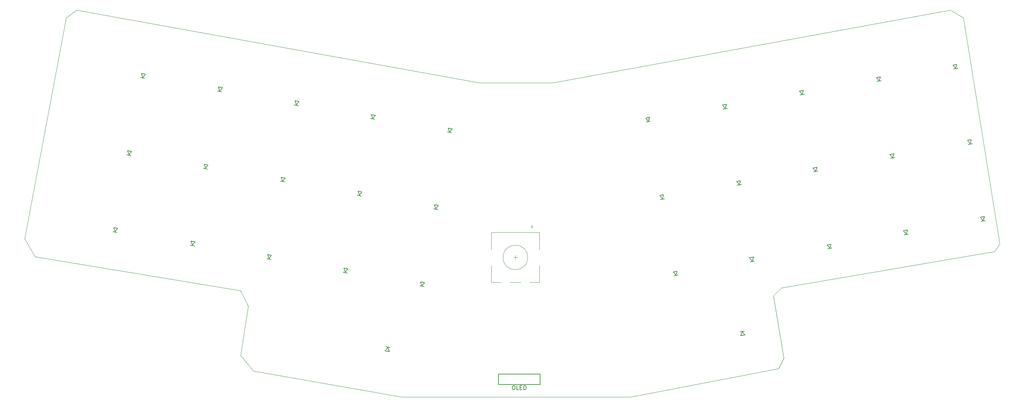
<source format=gto>
G04 #@! TF.GenerationSoftware,KiCad,Pcbnew,5.1.4*
G04 #@! TF.CreationDate,2020-08-17T23:01:33-04:00*
G04 #@! TF.ProjectId,pcb,7063622e-6b69-4636-9164-5f7063625858,rev?*
G04 #@! TF.SameCoordinates,Original*
G04 #@! TF.FileFunction,Legend,Top*
G04 #@! TF.FilePolarity,Positive*
%FSLAX46Y46*%
G04 Gerber Fmt 4.6, Leading zero omitted, Abs format (unit mm)*
G04 Created by KiCad (PCBNEW 5.1.4) date 2020-08-17 23:01:33*
%MOMM*%
%LPD*%
G04 APERTURE LIST*
%ADD10C,0.120000*%
%ADD11C,0.150000*%
%ADD12C,1.499000*%
%ADD13C,0.100000*%
%ADD14C,1.626000*%
%ADD15C,2.102000*%
%ADD16C,4.089800*%
%ADD17C,3.150000*%
%ADD18C,1.852000*%
%ADD19R,2.102000X2.102000*%
%ADD20R,2.102000X3.302000*%
G04 APERTURE END LIST*
D10*
X153670000Y-52705000D02*
X135890000Y-52705000D01*
X250825000Y-34925000D02*
X153670000Y-52705000D01*
X254000000Y-36830000D02*
X250825000Y-34925000D01*
X262890000Y-92075000D02*
X254000000Y-36830000D01*
X261620000Y-93980000D02*
X262890000Y-92075000D01*
X209550000Y-102870000D02*
X261620000Y-93980000D01*
X207645000Y-104775000D02*
X209550000Y-102870000D01*
X210185000Y-120015000D02*
X207645000Y-104775000D01*
X208915000Y-122555000D02*
X210185000Y-120015000D01*
X172720000Y-129540000D02*
X208915000Y-122555000D01*
X116840000Y-129540000D02*
X172720000Y-129540000D01*
X80645000Y-123190000D02*
X116840000Y-129540000D01*
X77470000Y-119380000D02*
X80645000Y-123190000D01*
X79375000Y-107315000D02*
X77470000Y-119380000D01*
X77470000Y-103505000D02*
X79375000Y-107315000D01*
X27305000Y-95250000D02*
X77470000Y-103505000D01*
X24765000Y-90805000D02*
X27305000Y-95250000D01*
X34925000Y-36830000D02*
X24765000Y-90805000D01*
X37465000Y-34925000D02*
X34925000Y-36830000D01*
X132080000Y-52070000D02*
X37465000Y-34925000D01*
X135890000Y-52705000D02*
X132080000Y-52070000D01*
D11*
X199500772Y-113577420D02*
X200485580Y-113403772D01*
X200659228Y-114388580D02*
X200010541Y-113589077D01*
X199674420Y-114562228D02*
X200659228Y-114388580D01*
X200010541Y-113589077D02*
X199674420Y-114562228D01*
X113006920Y-117263272D02*
X113991728Y-117436920D01*
X113818080Y-118421728D02*
X113481959Y-117448577D01*
X112833272Y-118248080D02*
X113818080Y-118421728D01*
X113481959Y-117448577D02*
X112833272Y-118248080D01*
X259372709Y-86410647D02*
X258387901Y-86584295D01*
X258214253Y-85599487D02*
X258862940Y-86398990D01*
X259199061Y-85425839D02*
X258214253Y-85599487D01*
X258862940Y-86398990D02*
X259199061Y-85425839D01*
X240576709Y-89712647D02*
X239591901Y-89886295D01*
X239418253Y-88901487D02*
X240066940Y-89700990D01*
X240403061Y-88727839D02*
X239418253Y-88901487D01*
X240066940Y-89700990D02*
X240403061Y-88727839D01*
X221907709Y-93141647D02*
X220922901Y-93315295D01*
X220749253Y-92330487D02*
X221397940Y-93129990D01*
X221734061Y-92156839D02*
X220749253Y-92330487D01*
X221397940Y-93129990D02*
X221734061Y-92156839D01*
X202984709Y-96316647D02*
X201999901Y-96490295D01*
X201826253Y-95505487D02*
X202474940Y-96304990D01*
X202811061Y-95331839D02*
X201826253Y-95505487D01*
X202474940Y-96304990D02*
X202811061Y-95331839D01*
X184315709Y-99745647D02*
X183330901Y-99919295D01*
X183157253Y-98934487D02*
X183805940Y-99733990D01*
X184142061Y-98760839D02*
X183157253Y-98934487D01*
X183805940Y-99733990D02*
X184142061Y-98760839D01*
X122294599Y-102522795D02*
X121309791Y-102349147D01*
X121483439Y-101364339D02*
X121819560Y-102337490D01*
X122468247Y-101537987D02*
X121483439Y-101364339D01*
X121819560Y-102337490D02*
X122468247Y-101537987D01*
X103560561Y-99168661D02*
X102575753Y-98995013D01*
X102749401Y-98010205D02*
X103085522Y-98983356D01*
X103734209Y-98183853D02*
X102749401Y-98010205D01*
X103085522Y-98983356D02*
X103734209Y-98183853D01*
X84891561Y-95866661D02*
X83906753Y-95693013D01*
X84080401Y-94708205D02*
X84416522Y-95681356D01*
X85065209Y-94881853D02*
X84080401Y-94708205D01*
X84416522Y-95681356D02*
X85065209Y-94881853D01*
X66222561Y-92564661D02*
X65237753Y-92391013D01*
X65411401Y-91406205D02*
X65747522Y-92379356D01*
X66396209Y-91579853D02*
X65411401Y-91406205D01*
X65747522Y-92379356D02*
X66396209Y-91579853D01*
X47299561Y-89262661D02*
X46314753Y-89089013D01*
X46488401Y-88104205D02*
X46824522Y-89077356D01*
X47473209Y-88277853D02*
X46488401Y-88104205D01*
X46824522Y-89077356D02*
X47473209Y-88277853D01*
X256197709Y-67614647D02*
X255212901Y-67788295D01*
X255039253Y-66803487D02*
X255687940Y-67602990D01*
X256024061Y-66629839D02*
X255039253Y-66803487D01*
X255687940Y-67602990D02*
X256024061Y-66629839D01*
X237274709Y-71043647D02*
X236289901Y-71217295D01*
X236116253Y-70232487D02*
X236764940Y-71031990D01*
X237101061Y-70058839D02*
X236116253Y-70232487D01*
X236764940Y-71031990D02*
X237101061Y-70058839D01*
X218478709Y-74345647D02*
X217493901Y-74519295D01*
X217320253Y-73534487D02*
X217968940Y-74333990D01*
X218305061Y-73360839D02*
X217320253Y-73534487D01*
X217968940Y-74333990D02*
X218305061Y-73360839D01*
X199809709Y-77647647D02*
X198824901Y-77821295D01*
X198651253Y-76836487D02*
X199299940Y-77635990D01*
X199636061Y-76662839D02*
X198651253Y-76836487D01*
X199299940Y-77635990D02*
X199636061Y-76662839D01*
X181013709Y-81076647D02*
X180028901Y-81250295D01*
X179855253Y-80265487D02*
X180503940Y-81064990D01*
X180840061Y-80091839D02*
X179855253Y-80265487D01*
X180503940Y-81064990D02*
X180840061Y-80091839D01*
X125658561Y-83674661D02*
X124673753Y-83501013D01*
X124847401Y-82516205D02*
X125183522Y-83489356D01*
X125832209Y-82689853D02*
X124847401Y-82516205D01*
X125183522Y-83489356D02*
X125832209Y-82689853D01*
X106989561Y-80372661D02*
X106004753Y-80199013D01*
X106178401Y-79214205D02*
X106514522Y-80187356D01*
X107163209Y-79387853D02*
X106178401Y-79214205D01*
X106514522Y-80187356D02*
X107163209Y-79387853D01*
X88226080Y-76969728D02*
X87241272Y-76796080D01*
X87414920Y-75811272D02*
X87751041Y-76784423D01*
X88399728Y-75984920D02*
X87414920Y-75811272D01*
X87751041Y-76784423D02*
X88399728Y-75984920D01*
X69397561Y-73768661D02*
X68412753Y-73595013D01*
X68586401Y-72610205D02*
X68922522Y-73583356D01*
X69571209Y-72783853D02*
X68586401Y-72610205D01*
X68922522Y-73583356D02*
X69571209Y-72783853D01*
X50728561Y-70466661D02*
X49743753Y-70293013D01*
X49917401Y-69308205D02*
X50253522Y-70281356D01*
X50902209Y-69481853D02*
X49917401Y-69308205D01*
X50253522Y-70281356D02*
X50902209Y-69481853D01*
X252641709Y-49199647D02*
X251656901Y-49373295D01*
X251483253Y-48388487D02*
X252131940Y-49187990D01*
X252468061Y-48214839D02*
X251483253Y-48388487D01*
X252131940Y-49187990D02*
X252468061Y-48214839D01*
X233972709Y-52247647D02*
X232987901Y-52421295D01*
X232814253Y-51436487D02*
X233462940Y-52235990D01*
X233799061Y-51262839D02*
X232814253Y-51436487D01*
X233462940Y-52235990D02*
X233799061Y-51262839D01*
X215176709Y-55549647D02*
X214191901Y-55723295D01*
X214018253Y-54738487D02*
X214666940Y-55537990D01*
X215003061Y-54564839D02*
X214018253Y-54738487D01*
X214666940Y-55537990D02*
X215003061Y-54564839D01*
X196380709Y-58978647D02*
X195395901Y-59152295D01*
X195222253Y-58167487D02*
X195870940Y-58966990D01*
X196207061Y-57993839D02*
X195222253Y-58167487D01*
X195870940Y-58966990D02*
X196207061Y-57993839D01*
X177617228Y-62127580D02*
X176632420Y-62301228D01*
X176458772Y-61316420D02*
X177107459Y-62115923D01*
X177443580Y-61142772D02*
X176458772Y-61316420D01*
X177107459Y-62115923D02*
X177443580Y-61142772D01*
X129025599Y-64930795D02*
X128040791Y-64757147D01*
X128214439Y-63772339D02*
X128550560Y-64745490D01*
X129199247Y-63945987D02*
X128214439Y-63772339D01*
X128550560Y-64745490D02*
X129199247Y-63945987D01*
X110229599Y-61628795D02*
X109244791Y-61455147D01*
X109418439Y-60470339D02*
X109754560Y-61443490D01*
X110403247Y-60643987D02*
X109418439Y-60470339D01*
X109754560Y-61443490D02*
X110403247Y-60643987D01*
X91622561Y-58274661D02*
X90637753Y-58101013D01*
X90811401Y-57116205D02*
X91147522Y-58089356D01*
X91796209Y-57289853D02*
X90811401Y-57116205D01*
X91147522Y-58089356D02*
X91796209Y-57289853D01*
X72891599Y-54897795D02*
X71906791Y-54724147D01*
X72080439Y-53739339D02*
X72416560Y-54712490D01*
X73065247Y-53912987D02*
X72080439Y-53739339D01*
X72416560Y-54712490D02*
X73065247Y-53912987D01*
X54095599Y-51595795D02*
X53110791Y-51422147D01*
X53284439Y-50437339D02*
X53620560Y-51410490D01*
X54269247Y-50610987D02*
X53284439Y-50437339D01*
X53620560Y-51410490D02*
X54269247Y-50610987D01*
D10*
X144627600Y-94915100D02*
X144627600Y-95915100D01*
X145127600Y-95415100D02*
X144127600Y-95415100D01*
X141127600Y-101515100D02*
X138727600Y-101515100D01*
X145927600Y-101515100D02*
X143327600Y-101515100D01*
X150527600Y-101515100D02*
X148127600Y-101515100D01*
X148727600Y-88215100D02*
X148427600Y-87915100D01*
X148727600Y-87615100D02*
X148727600Y-88215100D01*
X148427600Y-87915100D02*
X148727600Y-87615100D01*
X150527600Y-89315100D02*
X138727600Y-89315100D01*
X150527600Y-93415100D02*
X150527600Y-89315100D01*
X138727600Y-93415100D02*
X138727600Y-89315100D01*
X138727600Y-101515100D02*
X138727600Y-97415100D01*
X150527600Y-97415100D02*
X150527600Y-101515100D01*
X147627600Y-95415100D02*
G75*
G03X147627600Y-95415100I-3000000J0D01*
G01*
D11*
X150634700Y-123901200D02*
X150634700Y-126441200D01*
X140474700Y-126441200D02*
X140474700Y-123901200D01*
X150634700Y-126441200D02*
X140474700Y-126441200D01*
X150634700Y-123901200D02*
X140474700Y-123901200D01*
X144112319Y-126723580D02*
X144302795Y-126723580D01*
X144398033Y-126771200D01*
X144493271Y-126866438D01*
X144540890Y-127056914D01*
X144540890Y-127390247D01*
X144493271Y-127580723D01*
X144398033Y-127675961D01*
X144302795Y-127723580D01*
X144112319Y-127723580D01*
X144017080Y-127675961D01*
X143921842Y-127580723D01*
X143874223Y-127390247D01*
X143874223Y-127056914D01*
X143921842Y-126866438D01*
X144017080Y-126771200D01*
X144112319Y-126723580D01*
X145445652Y-127723580D02*
X144969461Y-127723580D01*
X144969461Y-126723580D01*
X145778985Y-127199771D02*
X146112319Y-127199771D01*
X146255176Y-127723580D02*
X145778985Y-127723580D01*
X145778985Y-126723580D01*
X146255176Y-126723580D01*
X146683747Y-127723580D02*
X146683747Y-126723580D01*
X146921842Y-126723580D01*
X147064700Y-126771200D01*
X147159938Y-126866438D01*
X147207557Y-126961676D01*
X147255176Y-127152152D01*
X147255176Y-127295009D01*
X147207557Y-127485485D01*
X147159938Y-127580723D01*
X147064700Y-127675961D01*
X146921842Y-127723580D01*
X146683747Y-127723580D01*
%LPC*%
D12*
X200600945Y-116937423D03*
X199559055Y-111028577D03*
D13*
G36*
X198690792Y-110420613D02*
G01*
X200167019Y-110160314D01*
X200427318Y-111636541D01*
X198951091Y-111896840D01*
X198690792Y-110420613D01*
X198690792Y-110420613D01*
G37*
D12*
X112891555Y-120796923D03*
X113933445Y-114888077D03*
D13*
G36*
X113325481Y-114019814D02*
G01*
X114801708Y-114280113D01*
X114541409Y-115756340D01*
X113065182Y-115496041D01*
X113325481Y-114019814D01*
X113325481Y-114019814D01*
G37*
D12*
X258272536Y-83050644D03*
X259314426Y-88959490D03*
D13*
G36*
X260182689Y-89567454D02*
G01*
X258706462Y-89827753D01*
X258446163Y-88351526D01*
X259922390Y-88091227D01*
X260182689Y-89567454D01*
X260182689Y-89567454D01*
G37*
D12*
X239476536Y-86352644D03*
X240518426Y-92261490D03*
D13*
G36*
X241386689Y-92869454D02*
G01*
X239910462Y-93129753D01*
X239650163Y-91653526D01*
X241126390Y-91393227D01*
X241386689Y-92869454D01*
X241386689Y-92869454D01*
G37*
D12*
X220807536Y-89781644D03*
X221849426Y-95690490D03*
D13*
G36*
X222717689Y-96298454D02*
G01*
X221241462Y-96558753D01*
X220981163Y-95082526D01*
X222457390Y-94822227D01*
X222717689Y-96298454D01*
X222717689Y-96298454D01*
G37*
D12*
X201884536Y-92956644D03*
X202926426Y-98865490D03*
D13*
G36*
X203794689Y-99473454D02*
G01*
X202318462Y-99733753D01*
X202058163Y-98257526D01*
X203534390Y-97997227D01*
X203794689Y-99473454D01*
X203794689Y-99473454D01*
G37*
D12*
X183215536Y-96385644D03*
X184257426Y-102294490D03*
D13*
G36*
X185125689Y-102902454D02*
G01*
X183649462Y-103162753D01*
X183389163Y-101686526D01*
X184865390Y-101426227D01*
X185125689Y-102902454D01*
X185125689Y-102902454D01*
G37*
D12*
X122409964Y-98989144D03*
X121368074Y-104897990D03*
D13*
G36*
X121976038Y-105766253D02*
G01*
X120499811Y-105505954D01*
X120760110Y-104029727D01*
X122236337Y-104290026D01*
X121976038Y-105766253D01*
X121976038Y-105766253D01*
G37*
D12*
X103675926Y-95635010D03*
X102634036Y-101543856D03*
D13*
G36*
X103242000Y-102412119D02*
G01*
X101765773Y-102151820D01*
X102026072Y-100675593D01*
X103502299Y-100935892D01*
X103242000Y-102412119D01*
X103242000Y-102412119D01*
G37*
D12*
X85006926Y-92333010D03*
X83965036Y-98241856D03*
D13*
G36*
X84573000Y-99110119D02*
G01*
X83096773Y-98849820D01*
X83357072Y-97373593D01*
X84833299Y-97633892D01*
X84573000Y-99110119D01*
X84573000Y-99110119D01*
G37*
D12*
X66337926Y-89031010D03*
X65296036Y-94939856D03*
D13*
G36*
X65904000Y-95808119D02*
G01*
X64427773Y-95547820D01*
X64688072Y-94071593D01*
X66164299Y-94331892D01*
X65904000Y-95808119D01*
X65904000Y-95808119D01*
G37*
D12*
X47414926Y-85729010D03*
X46373036Y-91637856D03*
D13*
G36*
X46981000Y-92506119D02*
G01*
X45504773Y-92245820D01*
X45765072Y-90769593D01*
X47241299Y-91029892D01*
X46981000Y-92506119D01*
X46981000Y-92506119D01*
G37*
D12*
X255097536Y-64254644D03*
X256139426Y-70163490D03*
D13*
G36*
X257007689Y-70771454D02*
G01*
X255531462Y-71031753D01*
X255271163Y-69555526D01*
X256747390Y-69295227D01*
X257007689Y-70771454D01*
X257007689Y-70771454D01*
G37*
D12*
X236174536Y-67683644D03*
X237216426Y-73592490D03*
D13*
G36*
X238084689Y-74200454D02*
G01*
X236608462Y-74460753D01*
X236348163Y-72984526D01*
X237824390Y-72724227D01*
X238084689Y-74200454D01*
X238084689Y-74200454D01*
G37*
D12*
X217378536Y-70985644D03*
X218420426Y-76894490D03*
D13*
G36*
X219288689Y-77502454D02*
G01*
X217812462Y-77762753D01*
X217552163Y-76286526D01*
X219028390Y-76026227D01*
X219288689Y-77502454D01*
X219288689Y-77502454D01*
G37*
D12*
X198709536Y-74287644D03*
X199751426Y-80196490D03*
D13*
G36*
X200619689Y-80804454D02*
G01*
X199143462Y-81064753D01*
X198883163Y-79588526D01*
X200359390Y-79328227D01*
X200619689Y-80804454D01*
X200619689Y-80804454D01*
G37*
D12*
X179913536Y-77716644D03*
X180955426Y-83625490D03*
D13*
G36*
X181823689Y-84233454D02*
G01*
X180347462Y-84493753D01*
X180087163Y-83017526D01*
X181563390Y-82757227D01*
X181823689Y-84233454D01*
X181823689Y-84233454D01*
G37*
D12*
X125773926Y-80141010D03*
X124732036Y-86049856D03*
D13*
G36*
X125340000Y-86918119D02*
G01*
X123863773Y-86657820D01*
X124124072Y-85181593D01*
X125600299Y-85441892D01*
X125340000Y-86918119D01*
X125340000Y-86918119D01*
G37*
D12*
X107104926Y-76839010D03*
X106063036Y-82747856D03*
D13*
G36*
X106671000Y-83616119D02*
G01*
X105194773Y-83355820D01*
X105455072Y-81879593D01*
X106931299Y-82139892D01*
X106671000Y-83616119D01*
X106671000Y-83616119D01*
G37*
D12*
X88341445Y-73436077D03*
X87299555Y-79344923D03*
D13*
G36*
X87907519Y-80213186D02*
G01*
X86431292Y-79952887D01*
X86691591Y-78476660D01*
X88167818Y-78736959D01*
X87907519Y-80213186D01*
X87907519Y-80213186D01*
G37*
D12*
X69512926Y-70235010D03*
X68471036Y-76143856D03*
D13*
G36*
X69079000Y-77012119D02*
G01*
X67602773Y-76751820D01*
X67863072Y-75275593D01*
X69339299Y-75535892D01*
X69079000Y-77012119D01*
X69079000Y-77012119D01*
G37*
D12*
X50843926Y-66933010D03*
X49802036Y-72841856D03*
D13*
G36*
X50410000Y-73710119D02*
G01*
X48933773Y-73449820D01*
X49194072Y-71973593D01*
X50670299Y-72233892D01*
X50410000Y-73710119D01*
X50410000Y-73710119D01*
G37*
D12*
X251541536Y-45839644D03*
X252583426Y-51748490D03*
D13*
G36*
X253451689Y-52356454D02*
G01*
X251975462Y-52616753D01*
X251715163Y-51140526D01*
X253191390Y-50880227D01*
X253451689Y-52356454D01*
X253451689Y-52356454D01*
G37*
D12*
X232872536Y-48887644D03*
X233914426Y-54796490D03*
D13*
G36*
X234782689Y-55404454D02*
G01*
X233306462Y-55664753D01*
X233046163Y-54188526D01*
X234522390Y-53928227D01*
X234782689Y-55404454D01*
X234782689Y-55404454D01*
G37*
D12*
X214076536Y-52189644D03*
X215118426Y-58098490D03*
D13*
G36*
X215986689Y-58706454D02*
G01*
X214510462Y-58966753D01*
X214250163Y-57490526D01*
X215726390Y-57230227D01*
X215986689Y-58706454D01*
X215986689Y-58706454D01*
G37*
D12*
X195280536Y-55618644D03*
X196322426Y-61527490D03*
D13*
G36*
X197190689Y-62135454D02*
G01*
X195714462Y-62395753D01*
X195454163Y-60919526D01*
X196930390Y-60659227D01*
X197190689Y-62135454D01*
X197190689Y-62135454D01*
G37*
D12*
X176517055Y-58767577D03*
X177558945Y-64676423D03*
D13*
G36*
X178427208Y-65284387D02*
G01*
X176950981Y-65544686D01*
X176690682Y-64068459D01*
X178166909Y-63808160D01*
X178427208Y-65284387D01*
X178427208Y-65284387D01*
G37*
D12*
X129140964Y-61397144D03*
X128099074Y-67305990D03*
D13*
G36*
X128707038Y-68174253D02*
G01*
X127230811Y-67913954D01*
X127491110Y-66437727D01*
X128967337Y-66698026D01*
X128707038Y-68174253D01*
X128707038Y-68174253D01*
G37*
D12*
X110344964Y-58095144D03*
X109303074Y-64003990D03*
D13*
G36*
X109911038Y-64872253D02*
G01*
X108434811Y-64611954D01*
X108695110Y-63135727D01*
X110171337Y-63396026D01*
X109911038Y-64872253D01*
X109911038Y-64872253D01*
G37*
D12*
X91737926Y-54741010D03*
X90696036Y-60649856D03*
D13*
G36*
X91304000Y-61518119D02*
G01*
X89827773Y-61257820D01*
X90088072Y-59781593D01*
X91564299Y-60041892D01*
X91304000Y-61518119D01*
X91304000Y-61518119D01*
G37*
D12*
X73006964Y-51364144D03*
X71965074Y-57272990D03*
D13*
G36*
X72573038Y-58141253D02*
G01*
X71096811Y-57880954D01*
X71357110Y-56404727D01*
X72833337Y-56665026D01*
X72573038Y-58141253D01*
X72573038Y-58141253D01*
G37*
D12*
X54210964Y-48062144D03*
X53169074Y-53970990D03*
D13*
G36*
X53777038Y-54839253D02*
G01*
X52300811Y-54578954D01*
X52561110Y-53102727D01*
X54037337Y-53363026D01*
X53777038Y-54839253D01*
X53777038Y-54839253D01*
G37*
D14*
X137168600Y-56515000D03*
X137168600Y-59055000D03*
X137168600Y-61595000D03*
X137168600Y-64135000D03*
X137168600Y-66675000D03*
X137168600Y-69215000D03*
X137168600Y-71755000D03*
X137168600Y-74295000D03*
X137168600Y-76835000D03*
X137168600Y-79375000D03*
X137168600Y-81915000D03*
X137168600Y-84455000D03*
X152388600Y-84455000D03*
X152388600Y-81915000D03*
X152388600Y-79375000D03*
X152388600Y-76835000D03*
X152388600Y-74295000D03*
X152388600Y-71755000D03*
X152388600Y-69215000D03*
X152388600Y-66675000D03*
X152388600Y-64135000D03*
X152388600Y-61595000D03*
X152388600Y-59055000D03*
X152388600Y-56515000D03*
D15*
X158978600Y-125285500D03*
X165478600Y-125285500D03*
D16*
X201188833Y-121270089D03*
X177738098Y-125405087D03*
D17*
X198542435Y-106261619D03*
X175091700Y-110396616D03*
D18*
X193032823Y-114325867D03*
X183027177Y-116090133D03*
D16*
X188030000Y-115208000D03*
X112004402Y-125164587D03*
X88553667Y-121029589D03*
D17*
X114650800Y-110156116D03*
X91200065Y-106021119D03*
D18*
X106715323Y-115849633D03*
X96709677Y-114085367D03*
D16*
X101712500Y-114967500D03*
D18*
X173632823Y-59700867D03*
X163627177Y-61465133D03*
D16*
X168630000Y-60583000D03*
D18*
X255432823Y-83925867D03*
X245427177Y-85690133D03*
D16*
X250430000Y-84808000D03*
D18*
X236657823Y-87275867D03*
X226652177Y-89040133D03*
D16*
X231655000Y-88158000D03*
D18*
X217932823Y-90575867D03*
X207927177Y-92340133D03*
D16*
X212930000Y-91458000D03*
D18*
X199157823Y-93900867D03*
X189152177Y-95665133D03*
D16*
X194155000Y-94783000D03*
D18*
X180307823Y-97225867D03*
X170302177Y-98990133D03*
D16*
X175305000Y-98108000D03*
D18*
X119415323Y-98699633D03*
X109409677Y-96935367D03*
D16*
X114412500Y-97817500D03*
D18*
X100715323Y-95349633D03*
X90709677Y-93585367D03*
D16*
X95712500Y-94467500D03*
D18*
X82015323Y-92049633D03*
X72009677Y-90285367D03*
D16*
X77012500Y-91167500D03*
D18*
X63215323Y-88774633D03*
X53209677Y-87010367D03*
D16*
X58212500Y-87892500D03*
D18*
X44415323Y-85474633D03*
X34409677Y-83710367D03*
D16*
X39412500Y-84592500D03*
D18*
X252157823Y-65225867D03*
X242152177Y-66990133D03*
D16*
X247155000Y-66108000D03*
D18*
X233382823Y-68550867D03*
X223377177Y-70315133D03*
D16*
X228380000Y-69433000D03*
D18*
X214607823Y-71850867D03*
X204602177Y-73615133D03*
D16*
X209605000Y-72733000D03*
D18*
X195782823Y-75200867D03*
X185777177Y-76965133D03*
D16*
X190780000Y-76083000D03*
D18*
X176986709Y-78493143D03*
X166981063Y-80257409D03*
D16*
X171983886Y-79375276D03*
D18*
X122715323Y-79949633D03*
X112709677Y-78185367D03*
D16*
X117712500Y-79067500D03*
D18*
X103990323Y-76624633D03*
X93984677Y-74860367D03*
D16*
X98987500Y-75742500D03*
D18*
X85265323Y-73299633D03*
X75259677Y-71535367D03*
D16*
X80262500Y-72417500D03*
D18*
X66515323Y-69999633D03*
X56509677Y-68235367D03*
D16*
X61512500Y-69117500D03*
D18*
X47740323Y-66699633D03*
X37734677Y-64935367D03*
D16*
X42737500Y-65817500D03*
D18*
X248832823Y-46572867D03*
X238827177Y-48337133D03*
D16*
X243830000Y-47455000D03*
D18*
X230046823Y-49822867D03*
X220041177Y-51587133D03*
D16*
X225044000Y-50705000D03*
D18*
X211257823Y-53050867D03*
X201252177Y-54815133D03*
D16*
X206255000Y-53933000D03*
D18*
X192432823Y-56375867D03*
X182427177Y-58140133D03*
D16*
X187430000Y-57258000D03*
D18*
X126040323Y-61174633D03*
X116034677Y-59410367D03*
D16*
X121037500Y-60292500D03*
D18*
X107290323Y-57874633D03*
X97284677Y-56110367D03*
D16*
X102287500Y-56992500D03*
D18*
X88540323Y-54549633D03*
X78534677Y-52785367D03*
D16*
X83537500Y-53667500D03*
D18*
X69815323Y-51249633D03*
X59809677Y-49485367D03*
D16*
X64812500Y-50367500D03*
D18*
X51065323Y-47949633D03*
X41059677Y-46185367D03*
D16*
X46062500Y-47067500D03*
D19*
X147127600Y-87915100D03*
D15*
X144627600Y-87915100D03*
X142127600Y-87915100D03*
D20*
X150227600Y-95415100D03*
X139027600Y-95415100D03*
D15*
X147127600Y-102415100D03*
X142127600Y-102415100D03*
M02*

</source>
